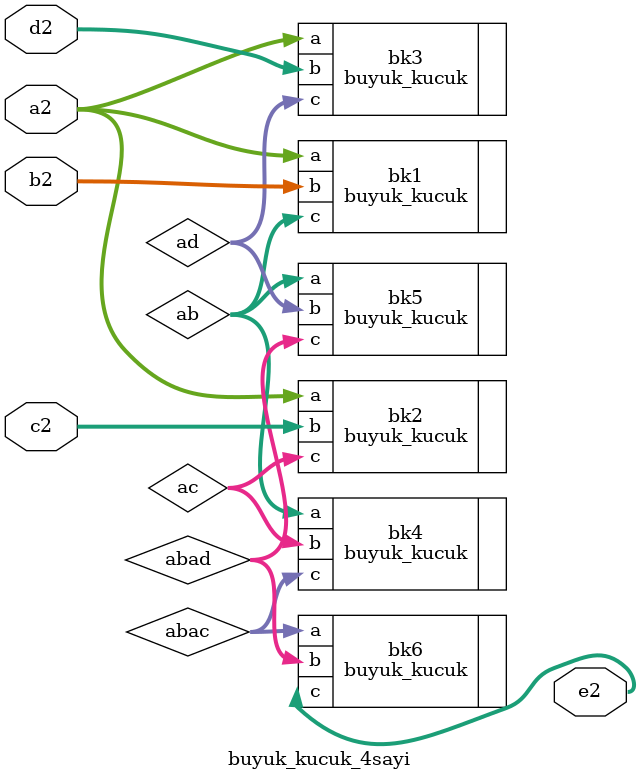
<source format=v>
`timescale 1ns / 1ps


module buyuk_kucuk_4sayi( //4 tane 2-bit sayiyi buyuk_kucuk modulu ile kucuk bulur
    input[1:0] a2,
    input[1:0] b2,
    input[1:0] c2,
    input[1:0] d2,
    output[1:0] e2
    );
    
    //a yi b c d ile karsilastirdi
    wire[1:0] ab, ac, ad;
    buyuk_kucuk bk1(.c(ab), .a(a2), .b(b2));
    buyuk_kucuk bk2(.c(ac), .a(a2), .b(c2));
    buyuk_kucuk bk3(.c(ad), .a(a2), .b(d2));
    
    // yukardaki karsilastirma ile 3 sayi olustu. onlar karsilastirildi
    wire[1:0] abac, abad;
    buyuk_kucuk bk4(.c(abac), .a(ab), .b(ac));
    buyuk_kucuk bk5(.c(abad), .a(ab), .b(ad));
    
    //yukardaki karsilastirma ile 2 sayiya dustu. birbiri ile karsilastir
    buyuk_kucuk bk6(.c(e2), .a(abac), .b(abad));
endmodule

</source>
